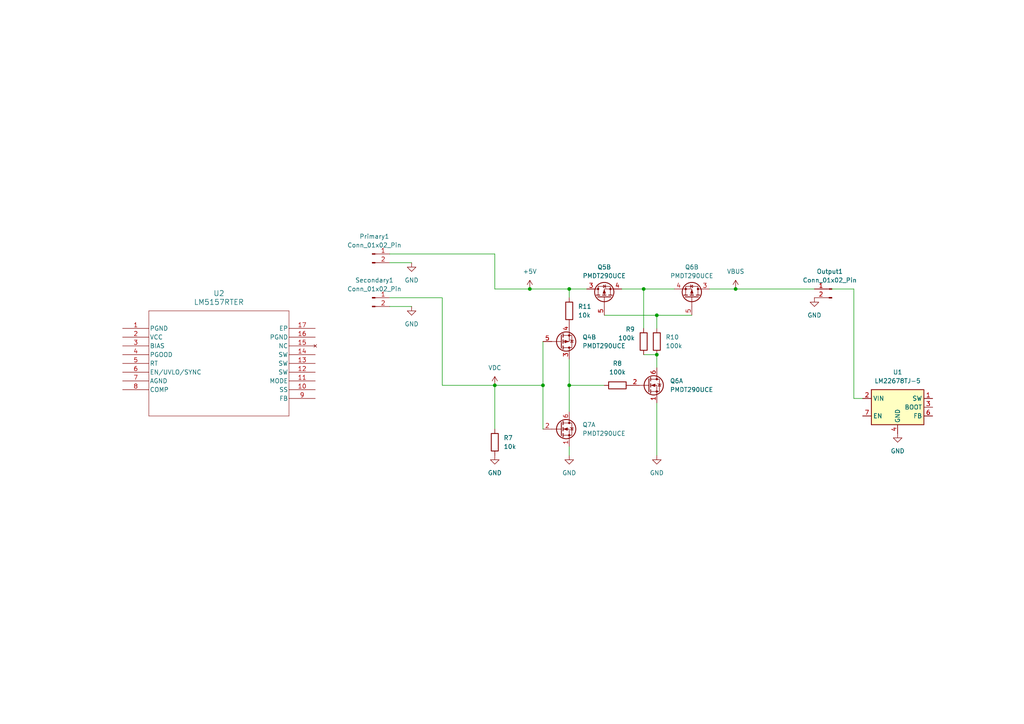
<source format=kicad_sch>
(kicad_sch (version 20250114) (generator "eeschema") (generator_version "9.0")
  (paper "A4")
  (lib_symbols
    (symbol "Connector:Conn_01x02_Pin" (pin_names (offset 1.016) (hide yes))
      (property "Reference" "J" (at 0 2.54 0))
      (property "Value" "Conn_01x02_Pin" (at 0 -5.08 0))
      (symbol "Conn_01x02_Pin_1_1"
        (rectangle (start 0.8636 0.127) (end 0 -0.127) (stroke (width 0.1524)) (fill (type outline)))
        (rectangle (start 0.8636 -2.413) (end 0 -2.667) (stroke (width 0.1524)) (fill (type outline)))
        (polyline (pts (xy 1.27 0) (xy 0.8636 0)) (stroke (width 0.1524)))
        (polyline (pts (xy 1.27 -2.54) (xy 0.8636 -2.54)) (stroke (width 0.1524)))
        (pin passive line (at 5.08 0 180) (length 3.81) (name "Pin_1") (number "1"))
        (pin passive line (at 5.08 -2.54 180) (length 3.81) (name "Pin_2") (number "2"))
      )
    )
    (symbol "Device:R" (pin_numbers (hide yes)) (pin_names (offset 0))
      (property "Reference" "R" (at 2.032 0 90))
      (property "Value" "R" (at 0 0 90))
      (symbol "R_0_1"
        (rectangle (start -1.016 -2.54) (end 1.016 2.54) (stroke (width 0.254)))
      )
      (symbol "R_1_1"
        (pin passive line (at 0 3.81 270) (length 1.27) (name "~") (number "1"))
        (pin passive line (at 0 -3.81 90) (length 1.27) (name "~") (number "2"))
      )
    )
    (symbol "LM5157RTER:LM5157RTER" (pin_names (offset 0.254))
      (property "Reference" "U" (at 27.94 10.16 0))
      (property "Value" "LM5157RTER" (at 27.94 7.62 0))
      (symbol "LM5157RTER_0_1"
        (polyline (pts (xy 7.62 5.08) (xy 7.62 -25.4)) (stroke (width 0.127)))
        (polyline (pts (xy 7.62 -25.4) (xy 48.26 -25.4)) (stroke (width 0.127)))
        (polyline (pts (xy 48.26 5.08) (xy 7.62 5.08)) (stroke (width 0.127)))
        (polyline (pts (xy 48.26 -25.4) (xy 48.26 5.08)) (stroke (width 0.127)))
        (pin power_out line (at 0 0 0) (length 7.62) (name "PGND") (number "1"))
        (pin power_in line (at 0 -2.54 0) (length 7.62) (name "VCC") (number "2"))
        (pin unspecified line (at 0 -5.08 0) (length 7.62) (name "BIAS") (number "3"))
        (pin power_in line (at 0 -7.62 0) (length 7.62) (name "PGOOD") (number "4"))
        (pin unspecified line (at 0 -10.16 0) (length 7.62) (name "RT") (number "5"))
        (pin unspecified line (at 0 -12.7 0) (length 7.62) (name "EN/UVLO/SYNC") (number "6"))
        (pin power_out line (at 0 -15.24 0) (length 7.62) (name "AGND") (number "7"))
        (pin unspecified line (at 0 -17.78 0) (length 7.62) (name "COMP") (number "8"))
        (pin unspecified line (at 55.88 0 180) (length 7.62) (name "EP") (number "17"))
        (pin power_out line (at 55.88 -2.54 180) (length 7.62) (name "PGND") (number "16"))
        (pin no_connect line (at 55.88 -5.08 180) (length 7.62) (name "NC") (number "15"))
        (pin unspecified line (at 55.88 -7.62 180) (length 7.62) (name "SW") (number "14"))
        (pin unspecified line (at 55.88 -10.16 180) (length 7.62) (name "SW") (number "13"))
        (pin unspecified line (at 55.88 -12.7 180) (length 7.62) (name "SW") (number "12"))
        (pin unspecified line (at 55.88 -15.24 180) (length 7.62) (name "MODE") (number "11"))
        (pin unspecified line (at 55.88 -17.78 180) (length 7.62) (name "SS") (number "10"))
        (pin unspecified line (at 55.88 -20.32 180) (length 7.62) (name "FB") (number "9"))
      )
    )
    (symbol "Regulator_Switching:LM22678TJ-5"
      (property "Reference" "U" (at -6.35 6.35 0))
      (property "Value" "LM22678TJ-5" (at 5.08 6.35 0))
      (symbol "LM22678TJ-5_0_1"
        (rectangle (start -7.62 5.08) (end 7.62 -5.08) (stroke (width 0.254)) (fill (type background)))
      )
      (symbol "LM22678TJ-5_1_1"
        (pin power_in line (at -10.16 2.54 0) (length 2.54) (name "VIN") (number "2"))
        (pin input line (at -10.16 -2.54 0) (length 2.54) (name "EN") (number "7"))
        (pin no_connect line (at -7.62 0 0) (length 2.54) (hide yes) (name "NC") (number "5"))
        (pin power_in line (at 0 -7.62 90) (length 2.54) (name "GND") (number "4"))
        (pin passive line (at 0 -7.62 90) (length 2.54) (hide yes) (name "GND") (number "8"))
        (pin power_out line (at 10.16 2.54 180) (length 2.54) (name "SW") (number "1"))
        (pin passive line (at 10.16 0 180) (length 2.54) (name "BOOT") (number "3"))
        (pin input line (at 10.16 -2.54 180) (length 2.54) (name "FB") (number "6"))
      )
    )
    (symbol "Transistor_FET:PMDT290UCE" (pin_names (hide yes))
      (property "Reference" "Q" (at 5.08 1.905 0))
      (property "Value" "PMDT290UCE" (at 5.08 0 0))
      (symbol "PMDT290UCE_1_1"
        (polyline (pts (xy 0.254 0) (xy -2.54 0)))
        (polyline (pts (xy 0.254 -1.905) (xy 0.254 1.905)) (stroke (width 0.254)))
        (polyline (pts (xy 0.762 1.778) (xy 3.302 1.778) (xy 3.302 -1.778) (xy 0.762 -1.778)))
        (polyline (pts (xy 0.762 1.27) (xy 0.762 2.286)) (stroke (width 0.254)))
        (polyline (pts (xy 0.762 -0.508) (xy 0.762 0.508)) (stroke (width 0.254)))
        (polyline (pts (xy 0.762 -2.286) (xy 0.762 -1.27)) (stroke (width 0.254)))
        (polyline (pts (xy 1.016 0) (xy 2.032 -0.381) (xy 2.032 0.381) (xy 1.016 0)) (fill (type outline)))
        (circle (center 1.651 0) (radius 2.794) (stroke (width 0.254)))
        (polyline (pts (xy 2.54 1.905) (xy 2.54 2.54)))
        (circle (center 2.54 1.778) (radius 0.254) (fill (type outline)))
        (circle (center 2.54 -1.778) (radius 0.254) (fill (type outline)))
        (polyline (pts (xy 2.54 -2.54) (xy 2.54 0) (xy 0.762 0)))
        (polyline (pts (xy 2.794 0.508) (xy 2.921 0.381) (xy 3.683 0.381) (xy 3.81 0.254)))
        (polyline (pts (xy 3.302 0.381) (xy 2.921 -0.254) (xy 3.683 -0.254) (xy 3.302 0.381)))
        (pin input line (at -5.08 0 0) (length 2.54) (name "GN") (number "2"))
        (pin passive line (at 2.54 5.08 270) (length 2.54) (name "DN") (number "6"))
        (pin passive line (at 2.54 -5.08 90) (length 2.54) (name "SN") (number "1"))
      )
      (symbol "PMDT290UCE_2_1"
        (polyline (pts (xy 0.254 1.905) (xy 0.254 -1.905)) (stroke (width 0.254)))
        (polyline (pts (xy 0.254 0) (xy -2.54 0)))
        (polyline (pts (xy 0.762 2.286) (xy 0.762 1.27)) (stroke (width 0.254)))
        (polyline (pts (xy 0.762 0.508) (xy 0.762 -0.508)) (stroke (width 0.254)))
        (polyline (pts (xy 0.762 -1.27) (xy 0.762 -2.286)) (stroke (width 0.254)))
        (polyline (pts (xy 0.762 -1.778) (xy 3.302 -1.778) (xy 3.302 1.778) (xy 0.762 1.778)))
        (circle (center 1.651 0) (radius 2.794) (stroke (width 0.254)))
        (polyline (pts (xy 2.286 0) (xy 1.27 -0.381) (xy 1.27 0.381) (xy 2.286 0)) (fill (type outline)))
        (polyline (pts (xy 2.54 2.54) (xy 2.54 0) (xy 0.762 0)))
        (circle (center 2.54 1.778) (radius 0.254) (fill (type outline)))
        (circle (center 2.54 -1.778) (radius 0.254) (fill (type outline)))
        (polyline (pts (xy 2.54 -1.905) (xy 2.54 -2.54)))
        (polyline (pts (xy 2.794 0.508) (xy 2.921 0.381) (xy 3.683 0.381) (xy 3.81 0.254)))
        (polyline (pts (xy 3.302 0.381) (xy 2.921 -0.254) (xy 3.683 -0.254) (xy 3.302 0.381)))
        (pin input line (at -5.08 0 0) (length 2.54) (name "GP") (number "5"))
        (pin passive line (at 2.54 5.08 270) (length 2.54) (name "SP") (number "4"))
        (pin passive line (at 2.54 -5.08 90) (length 2.54) (name "DP") (number "3"))
      )
    )
    (symbol "power:+5V" (power) (pin_numbers (hide yes)) (pin_names (offset 0) (hide yes))
      (property "Value" "+5V" (at 0 3.556 0))
      (symbol "+5V_0_1"
        (polyline (pts (xy -0.762 1.27) (xy 0 2.54)))
        (polyline (pts (xy 0 2.54) (xy 0.762 1.27)))
        (polyline (pts (xy 0 0) (xy 0 2.54)))
      )
      (symbol "+5V_1_1"
        (pin power_in line (at 0 0 90) (length 0) (name "~") (number "1"))
      )
    )
    (symbol "power:GND" (power) (pin_numbers (hide yes)) (pin_names (offset 0) (hide yes))
      (property "Value" "GND" (at 0 -3.81 0))
      (symbol "GND_0_1"
        (polyline (pts (xy 0 0) (xy 0 -1.27) (xy 1.27 -1.27) (xy 0 -2.54) (xy -1.27 -1.27) (xy 0 -1.27)))
      )
      (symbol "GND_1_1"
        (pin power_in line (at 0 0 270) (length 0) (name "~") (number "1"))
      )
    )
    (symbol "power:VBUS" (power) (pin_numbers (hide yes)) (pin_names (offset 0) (hide yes))
      (property "Value" "VBUS" (at 0 3.556 0))
      (symbol "VBUS_0_1"
        (polyline (pts (xy -0.762 1.27) (xy 0 2.54)))
        (polyline (pts (xy 0 2.54) (xy 0.762 1.27)))
        (polyline (pts (xy 0 0) (xy 0 2.54)))
      )
      (symbol "VBUS_1_1"
        (pin power_in line (at 0 0 90) (length 0) (name "~") (number "1"))
      )
    )
    (symbol "power:VDC" (power) (pin_numbers (hide yes)) (pin_names (offset 0) (hide yes))
      (property "Value" "VDC" (at 0 3.556 0))
      (symbol "VDC_0_1"
        (polyline (pts (xy -0.762 1.27) (xy 0 2.54)))
        (polyline (pts (xy 0 2.54) (xy 0.762 1.27)))
        (polyline (pts (xy 0 0) (xy 0 2.54)))
      )
      (symbol "VDC_1_1"
        (pin power_in line (at 0 0 90) (length 0) (name "~") (number "1"))
      )
    )
  )
  (junction (at 213.36 83.82))
  (junction (at 186.69 83.82))
  (junction (at 165.1 83.82))
  (junction (at 190.5 102.87))
  (junction (at 157.48 111.76))
  (junction (at 153.67 83.82))
  (junction (at 190.5 91.44))
  (junction (at 143.51 111.76))
  (junction (at 165.1 111.76))
  (wire (pts (xy 165.1 111.76) (xy 165.1 119.38)))
  (wire (pts (xy 113.03 88.9) (xy 119.38 88.9)))
  (wire (pts (xy 213.36 83.82) (xy 236.22 83.82)))
  (wire (pts (xy 113.03 76.2) (xy 119.38 76.2)))
  (wire (pts (xy 186.69 102.87) (xy 190.5 102.87)))
  (wire (pts (xy 190.5 91.44) (xy 200.66 91.44)))
  (wire (pts (xy 205.74 83.82) (xy 213.36 83.82)))
  (wire (pts (xy 165.1 111.76) (xy 175.26 111.76)))
  (wire (pts (xy 113.03 73.66) (xy 143.51 73.66)))
  (wire (pts (xy 157.48 99.06) (xy 157.48 111.76)))
  (wire (pts (xy 190.5 91.44) (xy 190.5 95.25)))
  (wire (pts (xy 143.51 73.66) (xy 143.51 83.82)))
  (wire (pts (xy 128.27 111.76) (xy 143.51 111.76)))
  (wire (pts (xy 190.5 132.08) (xy 190.5 116.84)))
  (wire (pts (xy 157.48 111.76) (xy 157.48 124.46)))
  (wire (pts (xy 143.51 111.76) (xy 157.48 111.76)))
  (wire (pts (xy 165.1 104.14) (xy 165.1 111.76)))
  (wire (pts (xy 186.69 83.82) (xy 186.69 95.25)))
  (wire (pts (xy 165.1 129.54) (xy 165.1 132.08)))
  (wire (pts (xy 175.26 91.44) (xy 190.5 91.44)))
  (wire (pts (xy 186.69 83.82) (xy 195.58 83.82)))
  (wire (pts (xy 241.3 83.82) (xy 247.65 83.82)))
  (wire (pts (xy 247.65 83.82) (xy 247.65 115.57)))
  (wire (pts (xy 247.65 115.57) (xy 250.19 115.57)))
  (wire (pts (xy 153.67 83.82) (xy 165.1 83.82)))
  (wire (pts (xy 165.1 83.82) (xy 165.1 86.36)))
  (wire (pts (xy 143.51 83.82) (xy 153.67 83.82)))
  (wire (pts (xy 190.5 102.87) (xy 190.5 106.68)))
  (wire (pts (xy 180.34 83.82) (xy 186.69 83.82)))
  (wire (pts (xy 165.1 83.82) (xy 170.18 83.82)))
  (wire (pts (xy 143.51 111.76) (xy 143.51 124.46)))
  (wire (pts (xy 128.27 86.36) (xy 128.27 111.76)))
  (wire (pts (xy 113.03 86.36) (xy 128.27 86.36)))
  (symbol (lib_id "Transistor_FET:PMDT290UCE") (at 187.96 111.76 0) (unit 1)
    (property "Reference" "Q6" (at 194.31 110.4899 0) (effects (justify left)))
    (property "Value" "PMDT290UCE" (at 194.31 113.0299 0) (effects (justify left)))
    (property "Footprint" "Package_TO_SOT_SMD:SOT-666" (effects (hide yes)))
    (property "Datasheet" "https://assets.nexperia.com/documents/data-sheet/PMDT290UCE.pdf" (effects (hide yes)))
    (property "Description" "Nexperia 20 / 20 V, 800 / 550 mA N/P-channel Trench MOSFET, SOT-666" (effects (hide yes)))
  )
  (symbol (lib_id "power:GND") (at 260.35 125.73 0) (unit 1)
    (property "Reference" "#PWR010" (effects (hide yes)))
    (property "Value" "GND" (at 260.35 130.81 0))
    (property "Description" "Power symbol creates a global label with name \"GND\" , ground" (effects (hide yes)))
  )
  (symbol (lib_id "power:GND") (at 190.5 132.08 0) (unit 1)
    (property "Reference" "#PWR05" (effects (hide yes)))
    (property "Value" "GND" (at 190.5 137.16 0))
    (property "Description" "Power symbol creates a global label with name \"GND\" , ground" (effects (hide yes)))
  )
  (symbol (lib_id "Connector:Conn_01x02_Pin") (at 107.95 86.36 0) (unit 1)
    (property "Reference" "Secondary1" (at 108.585 81.28 0))
    (property "Value" "Conn_01x02_Pin" (at 108.585 83.82 0))
    (property "Footprint" "Connector_PinHeader_2.54mm:PinHeader_1x02_P2.54mm_Vertical" (effects (hide yes)))
    (property "Description" "Generic connector, single row, 01x02, script generated" (effects (hide yes)))
  )
  (symbol (lib_id "power:GND") (at 165.1 132.08 0) (unit 1)
    (property "Reference" "#PWR04" (effects (hide yes)))
    (property "Value" "GND" (at 165.1 137.16 0))
    (property "Description" "Power symbol creates a global label with name \"GND\" , ground" (effects (hide yes)))
  )
  (symbol (lib_id "Connector:Conn_01x02_Pin") (at 107.95 73.66 0) (unit 1)
    (property "Reference" "Primary1" (at 108.585 68.58 0))
    (property "Value" "Conn_01x02_Pin" (at 108.585 71.12 0))
    (property "Footprint" "Connector_PinHeader_2.54mm:PinHeader_1x02_P2.54mm_Vertical" (effects (hide yes)))
    (property "Description" "Generic connector, single row, 01x02, script generated" (effects (hide yes)))
  )
  (symbol (lib_id "Regulator_Switching:LM22678TJ-5") (at 260.35 118.11 0) (unit 1)
    (property "Reference" "U1" (at 260.35 107.95 0))
    (property "Value" "LM22678TJ-5" (at 260.35 110.49 0))
    (property "Footprint" "Package_TO_SOT_SMD:TO-263-7_TabPin8" (effects (hide yes)))
    (property "Datasheet" "https://www.ti.com/lit/ds/symlink/lm22678.pdf" (effects (hide yes)))
    (property "Description" "5A Step-Down Switching Voltage Regulater, 4.5-42V Input, 5V Output, 500kHz Switching Frequency, TO-263" (effects (hide yes)))
  )
  (symbol (lib_id "Transistor_FET:PMDT290UCE") (at 162.56 99.06 0) (unit 2)
    (property "Reference" "Q4" (at 168.91 97.7899 0) (effects (justify left)))
    (property "Value" "PMDT290UCE" (at 168.91 100.3299 0) (effects (justify left)))
    (property "Footprint" "Package_TO_SOT_SMD:SOT-666" (effects (hide yes)))
    (property "Datasheet" "https://assets.nexperia.com/documents/data-sheet/PMDT290UCE.pdf" (effects (hide yes)))
    (property "Description" "Nexperia 20 / 20 V, 800 / 550 mA N/P-channel Trench MOSFET, SOT-666" (effects (hide yes)))
  )
  (symbol (lib_id "power:VBUS") (at 213.36 83.82 0) (unit 1)
    (property "Reference" "#PWR06" (effects (hide yes)))
    (property "Value" "VBUS" (at 213.36 78.74 0))
    (property "Description" "Power symbol creates a global label with name \"VBUS\"" (effects (hide yes)))
  )
  (symbol (lib_id "Device:R") (at 179.07 111.76 90) (unit 1)
    (property "Reference" "R8" (at 179.07 105.41 90))
    (property "Value" "100k" (at 179.07 107.95 90))
    (property "Footprint" "Resistor_SMD:R_0805_2012Metric_Pad1.20x1.40mm_HandSolder" (effects (hide yes)))
    (property "Description" "Resistor" (effects (hide yes)))
  )
  (symbol (lib_id "Device:R") (at 143.51 128.27 0) (unit 1)
    (property "Reference" "R7" (at 146.05 126.9999 0) (effects (justify left)))
    (property "Value" "10k" (at 146.05 129.5399 0) (effects (justify left)))
    (property "Footprint" "Resistor_SMD:R_0805_2012Metric_Pad1.20x1.40mm_HandSolder" (effects (hide yes)))
    (property "Description" "Resistor" (effects (hide yes)))
  )
  (symbol (lib_id "power:GND") (at 119.38 76.2 0) (unit 1)
    (property "Reference" "#PWR08" (effects (hide yes)))
    (property "Value" "GND" (at 119.38 81.28 0))
    (property "Description" "Power symbol creates a global label with name \"GND\" , ground" (effects (hide yes)))
  )
  (symbol (lib_id "Connector:Conn_01x02_Pin") (at 241.3 83.82 0) (mirror y) (unit 1)
    (property "Reference" "Output1" (at 240.665 78.74 0))
    (property "Value" "Conn_01x02_Pin" (at 240.665 81.28 0))
    (property "Footprint" "Connector_PinHeader_2.54mm:PinHeader_1x02_P2.54mm_Vertical" (effects (hide yes)))
    (property "Description" "Generic connector, single row, 01x02, script generated" (effects (hide yes)))
  )
  (symbol (lib_id "Transistor_FET:PMDT290UCE") (at 162.56 124.46 0) (unit 1)
    (property "Reference" "Q7" (at 168.91 123.1899 0) (effects (justify left)))
    (property "Value" "PMDT290UCE" (at 168.91 125.7299 0) (effects (justify left)))
    (property "Footprint" "Package_TO_SOT_SMD:SOT-666" (effects (hide yes)))
    (property "Datasheet" "https://assets.nexperia.com/documents/data-sheet/PMDT290UCE.pdf" (effects (hide yes)))
    (property "Description" "Nexperia 20 / 20 V, 800 / 550 mA N/P-channel Trench MOSFET, SOT-666" (effects (hide yes)))
  )
  (symbol (lib_id "Device:R") (at 165.1 90.17 0) (unit 1)
    (property "Reference" "R11" (at 167.64 88.8999 0) (effects (justify left)))
    (property "Value" "10k" (at 167.64 91.4399 0) (effects (justify left)))
    (property "Footprint" "Resistor_SMD:R_0805_2012Metric_Pad1.20x1.40mm_HandSolder" (effects (hide yes)))
    (property "Description" "Resistor" (effects (hide yes)))
  )
  (symbol (lib_id "power:+5V") (at 153.67 83.82 0) (unit 1)
    (property "Reference" "#PWR01" (effects (hide yes)))
    (property "Value" "+5V" (at 153.67 78.74 0))
    (property "Description" "Power symbol creates a global label with name \"+5V\"" (effects (hide yes)))
  )
  (symbol (lib_id "Transistor_FET:PMDT290UCE") (at 200.66 86.36 90) (unit 2)
    (property "Reference" "Q6" (at 200.66 77.47 90))
    (property "Value" "PMDT290UCE" (at 200.66 80.01 90))
    (property "Footprint" "Package_TO_SOT_SMD:SOT-666" (effects (hide yes)))
    (property "Datasheet" "https://assets.nexperia.com/documents/data-sheet/PMDT290UCE.pdf" (effects (hide yes)))
    (property "Description" "Nexperia 20 / 20 V, 800 / 550 mA N/P-channel Trench MOSFET, SOT-666" (effects (hide yes)))
  )
  (symbol (lib_id "Device:R") (at 186.69 99.06 0) (mirror y) (unit 1)
    (property "Reference" "R9" (at 184.15 95.504 0) (effects (justify left)))
    (property "Value" "100k" (at 184.15 98.044 0) (effects (justify left)))
    (property "Footprint" "Resistor_SMD:R_0805_2012Metric_Pad1.20x1.40mm_HandSolder" (effects (hide yes)))
    (property "Description" "Resistor" (effects (hide yes)))
  )
  (symbol (lib_id "Transistor_FET:PMDT290UCE") (at 175.26 86.36 270) (mirror x) (unit 2)
    (property "Reference" "Q5" (at 175.26 77.47 90))
    (property "Value" "PMDT290UCE" (at 175.26 80.01 90))
    (property "Footprint" "Package_TO_SOT_SMD:SOT-666" (effects (hide yes)))
    (property "Datasheet" "https://assets.nexperia.com/documents/data-sheet/PMDT290UCE.pdf" (effects (hide yes)))
    (property "Description" "Nexperia 20 / 20 V, 800 / 550 mA N/P-channel Trench MOSFET, SOT-666" (effects (hide yes)))
  )
  (symbol (lib_id "power:GND") (at 143.51 132.08 0) (unit 1)
    (property "Reference" "#PWR03" (effects (hide yes)))
    (property "Value" "GND" (at 143.51 137.16 0))
    (property "Description" "Power symbol creates a global label with name \"GND\" , ground" (effects (hide yes)))
  )
  (symbol (lib_id "LM5157RTER:LM5157RTER") (at 35.56 95.25 0) (unit 1)
    (property "Reference" "U2" (at 63.5 85.09 0) (effects (font (size 1.524 1.524))))
    (property "Value" "LM5157RTER" (at 63.5 87.63 0) (effects (font (size 1.524 1.524))))
    (property "Footprint" "LM5157RTER:QFN_57RTER_TEX" (effects (hide yes)))
    (property "Datasheet" "https://www.ti.com/lit/gpn/lm5157" (effects (hide yes)))
  )
  (symbol (lib_id "power:VDC") (at 143.51 111.76 0) (unit 1)
    (property "Reference" "#PWR07" (effects (hide yes)))
    (property "Value" "VDC" (at 143.51 106.68 0))
    (property "Description" "Power symbol creates a global label with name \"VDC\"" (effects (hide yes)))
  )
  (symbol (lib_id "power:GND") (at 236.22 86.36 0) (unit 1)
    (property "Reference" "#PWR09" (effects (hide yes)))
    (property "Value" "GND" (at 236.22 91.44 0))
    (property "Description" "Power symbol creates a global label with name \"GND\" , ground" (effects (hide yes)))
  )
  (symbol (lib_id "Device:R") (at 190.5 99.06 0) (unit 1)
    (property "Reference" "R10" (at 193.04 97.7899 0) (effects (justify left)))
    (property "Value" "100k" (at 193.04 100.3299 0) (effects (justify left)))
    (property "Footprint" "Resistor_SMD:R_0805_2012Metric_Pad1.20x1.40mm_HandSolder" (effects (hide yes)))
    (property "Description" "Resistor" (effects (hide yes)))
  )
  (symbol (lib_id "power:GND") (at 119.38 88.9 0) (unit 1)
    (property "Reference" "#PWR02" (effects (hide yes)))
    (property "Value" "GND" (at 119.38 93.98 0))
    (property "Description" "Power symbol creates a global label with name \"GND\" , ground" (effects (hide yes)))
  )
)
</source>
